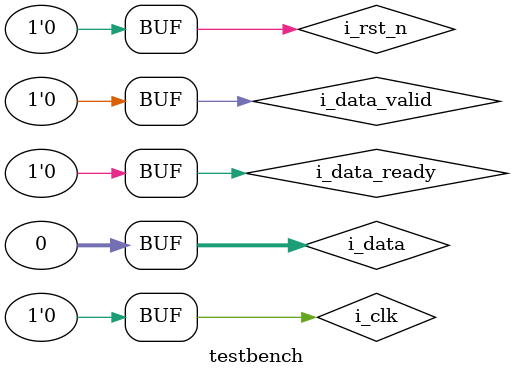
<source format=v>
`timescale 1ns / 1ps


module testbench;

	// Inputs
	reg i_clk;
	reg i_rst_n;
	reg i_data_valid;
	reg [31:0] i_data;
	reg i_data_ready;

	// Outputs
	wire o_data_ready;
	wire o_data_valid;
	wire [31:0] o_data;

	// Instantiate the Unit Under Test (UUT)
	fft_computer uut (
		.i_clk(i_clk), 
		.i_rst_n(i_rst_n), 
		.i_data_valid(i_data_valid), 
		.i_data(i_data), 
		.o_data_ready(o_data_ready), 
		.o_data_valid(o_data_valid), 
		.o_data(o_data), 
		.i_data_ready(i_data_ready)
	);

	initial begin
		// Initialize Inputs
		i_clk = 0;
		i_rst_n = 0;
		i_data_valid = 0;
		i_data = 0;
		i_data_ready = 0;

		// Wait 100 ns for global reset to finish
		#100;
        
		// Add stimulus here

	end
      
endmodule


</source>
